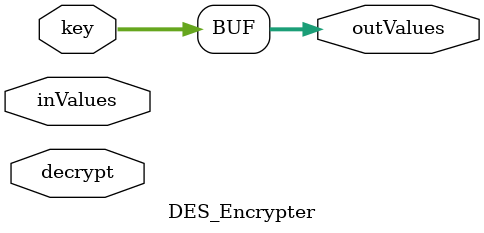
<source format=v>
module DES_Encrypter(inValues, key, outValues, decrypt);
input[63:0] inValues, key;
output[63:0] outValues;
input decrypt; // 1'b1 if the module should decrypt, rather than encrypt

assign outValues = key; // temporary, for testing

endmodule

</source>
